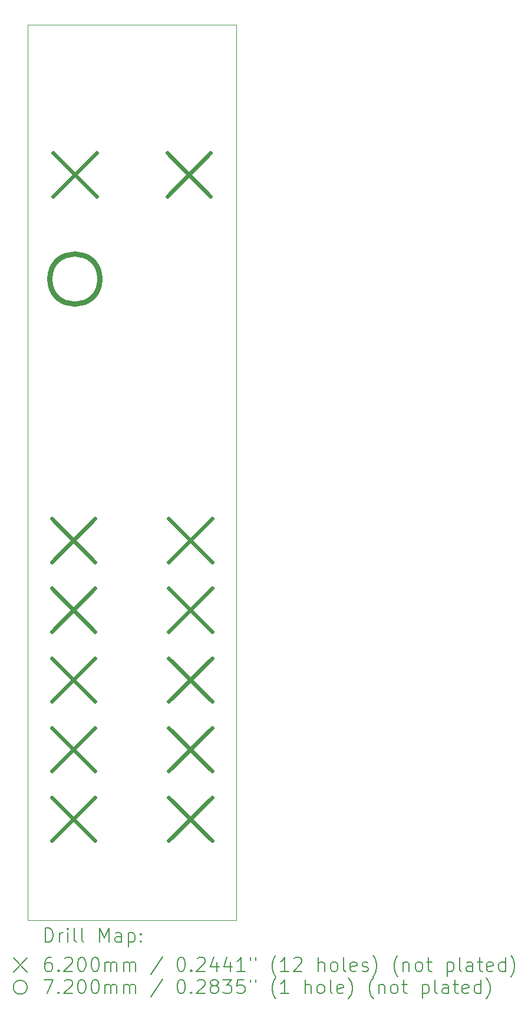
<source format=gbr>
%TF.GenerationSoftware,KiCad,Pcbnew,8.0.5+1*%
%TF.CreationDate,2024-11-27T03:26:53+08:00*%
%TF.ProjectId,MiniDiv v0.3 - Front,4d696e69-4469-4762-9076-302e33202d20,0.3*%
%TF.SameCoordinates,Original*%
%TF.FileFunction,Drillmap*%
%TF.FilePolarity,Positive*%
%FSLAX45Y45*%
G04 Gerber Fmt 4.5, Leading zero omitted, Abs format (unit mm)*
G04 Created by KiCad (PCBNEW 8.0.5+1) date 2024-11-27 03:26:53*
%MOMM*%
%LPD*%
G01*
G04 APERTURE LIST*
%ADD10C,0.100000*%
%ADD11C,0.200000*%
%ADD12C,0.620000*%
%ADD13C,0.720000*%
G04 APERTURE END LIST*
D10*
X5500000Y-4000000D02*
X8500000Y-4000000D01*
X8500000Y-16850000D01*
X5500000Y-16850000D01*
X5500000Y-4000000D01*
D11*
D12*
X5850000Y-11090000D02*
X6470000Y-11710000D01*
X6470000Y-11090000D02*
X5850000Y-11710000D01*
X5850000Y-12090000D02*
X6470000Y-12710000D01*
X6470000Y-12090000D02*
X5850000Y-12710000D01*
X5850000Y-13090000D02*
X6470000Y-13710000D01*
X6470000Y-13090000D02*
X5850000Y-13710000D01*
X5850000Y-14090000D02*
X6470000Y-14710000D01*
X6470000Y-14090000D02*
X5850000Y-14710000D01*
X5850000Y-15090000D02*
X6470000Y-15710000D01*
X6470000Y-15090000D02*
X5850000Y-15710000D01*
X5870000Y-5840000D02*
X6490000Y-6460000D01*
X6490000Y-5840000D02*
X5870000Y-6460000D01*
X7510000Y-5840000D02*
X8130000Y-6460000D01*
X8130000Y-5840000D02*
X7510000Y-6460000D01*
X7530000Y-11090000D02*
X8150000Y-11710000D01*
X8150000Y-11090000D02*
X7530000Y-11710000D01*
X7530000Y-12090000D02*
X8150000Y-12710000D01*
X8150000Y-12090000D02*
X7530000Y-12710000D01*
X7530000Y-13090000D02*
X8150000Y-13710000D01*
X8150000Y-13090000D02*
X7530000Y-13710000D01*
X7530000Y-14090000D02*
X8150000Y-14710000D01*
X8150000Y-14090000D02*
X7530000Y-14710000D01*
X7530000Y-15090000D02*
X8150000Y-15710000D01*
X8150000Y-15090000D02*
X7530000Y-15710000D01*
D13*
X6540000Y-7650000D02*
G75*
G02*
X5820000Y-7650000I-360000J0D01*
G01*
X5820000Y-7650000D02*
G75*
G02*
X6540000Y-7650000I360000J0D01*
G01*
D11*
X5755777Y-17166484D02*
X5755777Y-16966484D01*
X5755777Y-16966484D02*
X5803396Y-16966484D01*
X5803396Y-16966484D02*
X5831967Y-16976008D01*
X5831967Y-16976008D02*
X5851015Y-16995055D01*
X5851015Y-16995055D02*
X5860539Y-17014103D01*
X5860539Y-17014103D02*
X5870062Y-17052198D01*
X5870062Y-17052198D02*
X5870062Y-17080770D01*
X5870062Y-17080770D02*
X5860539Y-17118865D01*
X5860539Y-17118865D02*
X5851015Y-17137912D01*
X5851015Y-17137912D02*
X5831967Y-17156960D01*
X5831967Y-17156960D02*
X5803396Y-17166484D01*
X5803396Y-17166484D02*
X5755777Y-17166484D01*
X5955777Y-17166484D02*
X5955777Y-17033150D01*
X5955777Y-17071246D02*
X5965301Y-17052198D01*
X5965301Y-17052198D02*
X5974824Y-17042674D01*
X5974824Y-17042674D02*
X5993872Y-17033150D01*
X5993872Y-17033150D02*
X6012920Y-17033150D01*
X6079586Y-17166484D02*
X6079586Y-17033150D01*
X6079586Y-16966484D02*
X6070062Y-16976008D01*
X6070062Y-16976008D02*
X6079586Y-16985531D01*
X6079586Y-16985531D02*
X6089110Y-16976008D01*
X6089110Y-16976008D02*
X6079586Y-16966484D01*
X6079586Y-16966484D02*
X6079586Y-16985531D01*
X6203396Y-17166484D02*
X6184348Y-17156960D01*
X6184348Y-17156960D02*
X6174824Y-17137912D01*
X6174824Y-17137912D02*
X6174824Y-16966484D01*
X6308158Y-17166484D02*
X6289110Y-17156960D01*
X6289110Y-17156960D02*
X6279586Y-17137912D01*
X6279586Y-17137912D02*
X6279586Y-16966484D01*
X6536729Y-17166484D02*
X6536729Y-16966484D01*
X6536729Y-16966484D02*
X6603396Y-17109341D01*
X6603396Y-17109341D02*
X6670062Y-16966484D01*
X6670062Y-16966484D02*
X6670062Y-17166484D01*
X6851015Y-17166484D02*
X6851015Y-17061722D01*
X6851015Y-17061722D02*
X6841491Y-17042674D01*
X6841491Y-17042674D02*
X6822443Y-17033150D01*
X6822443Y-17033150D02*
X6784348Y-17033150D01*
X6784348Y-17033150D02*
X6765301Y-17042674D01*
X6851015Y-17156960D02*
X6831967Y-17166484D01*
X6831967Y-17166484D02*
X6784348Y-17166484D01*
X6784348Y-17166484D02*
X6765301Y-17156960D01*
X6765301Y-17156960D02*
X6755777Y-17137912D01*
X6755777Y-17137912D02*
X6755777Y-17118865D01*
X6755777Y-17118865D02*
X6765301Y-17099817D01*
X6765301Y-17099817D02*
X6784348Y-17090293D01*
X6784348Y-17090293D02*
X6831967Y-17090293D01*
X6831967Y-17090293D02*
X6851015Y-17080770D01*
X6946253Y-17033150D02*
X6946253Y-17233150D01*
X6946253Y-17042674D02*
X6965301Y-17033150D01*
X6965301Y-17033150D02*
X7003396Y-17033150D01*
X7003396Y-17033150D02*
X7022443Y-17042674D01*
X7022443Y-17042674D02*
X7031967Y-17052198D01*
X7031967Y-17052198D02*
X7041491Y-17071246D01*
X7041491Y-17071246D02*
X7041491Y-17128389D01*
X7041491Y-17128389D02*
X7031967Y-17147436D01*
X7031967Y-17147436D02*
X7022443Y-17156960D01*
X7022443Y-17156960D02*
X7003396Y-17166484D01*
X7003396Y-17166484D02*
X6965301Y-17166484D01*
X6965301Y-17166484D02*
X6946253Y-17156960D01*
X7127205Y-17147436D02*
X7136729Y-17156960D01*
X7136729Y-17156960D02*
X7127205Y-17166484D01*
X7127205Y-17166484D02*
X7117682Y-17156960D01*
X7117682Y-17156960D02*
X7127205Y-17147436D01*
X7127205Y-17147436D02*
X7127205Y-17166484D01*
X7127205Y-17042674D02*
X7136729Y-17052198D01*
X7136729Y-17052198D02*
X7127205Y-17061722D01*
X7127205Y-17061722D02*
X7117682Y-17052198D01*
X7117682Y-17052198D02*
X7127205Y-17042674D01*
X7127205Y-17042674D02*
X7127205Y-17061722D01*
X5295000Y-17395000D02*
X5495000Y-17595000D01*
X5495000Y-17395000D02*
X5295000Y-17595000D01*
X5841491Y-17386484D02*
X5803396Y-17386484D01*
X5803396Y-17386484D02*
X5784348Y-17396008D01*
X5784348Y-17396008D02*
X5774824Y-17405531D01*
X5774824Y-17405531D02*
X5755777Y-17434103D01*
X5755777Y-17434103D02*
X5746253Y-17472198D01*
X5746253Y-17472198D02*
X5746253Y-17548389D01*
X5746253Y-17548389D02*
X5755777Y-17567436D01*
X5755777Y-17567436D02*
X5765301Y-17576960D01*
X5765301Y-17576960D02*
X5784348Y-17586484D01*
X5784348Y-17586484D02*
X5822443Y-17586484D01*
X5822443Y-17586484D02*
X5841491Y-17576960D01*
X5841491Y-17576960D02*
X5851015Y-17567436D01*
X5851015Y-17567436D02*
X5860539Y-17548389D01*
X5860539Y-17548389D02*
X5860539Y-17500770D01*
X5860539Y-17500770D02*
X5851015Y-17481722D01*
X5851015Y-17481722D02*
X5841491Y-17472198D01*
X5841491Y-17472198D02*
X5822443Y-17462674D01*
X5822443Y-17462674D02*
X5784348Y-17462674D01*
X5784348Y-17462674D02*
X5765301Y-17472198D01*
X5765301Y-17472198D02*
X5755777Y-17481722D01*
X5755777Y-17481722D02*
X5746253Y-17500770D01*
X5946253Y-17567436D02*
X5955777Y-17576960D01*
X5955777Y-17576960D02*
X5946253Y-17586484D01*
X5946253Y-17586484D02*
X5936729Y-17576960D01*
X5936729Y-17576960D02*
X5946253Y-17567436D01*
X5946253Y-17567436D02*
X5946253Y-17586484D01*
X6031967Y-17405531D02*
X6041491Y-17396008D01*
X6041491Y-17396008D02*
X6060539Y-17386484D01*
X6060539Y-17386484D02*
X6108158Y-17386484D01*
X6108158Y-17386484D02*
X6127205Y-17396008D01*
X6127205Y-17396008D02*
X6136729Y-17405531D01*
X6136729Y-17405531D02*
X6146253Y-17424579D01*
X6146253Y-17424579D02*
X6146253Y-17443627D01*
X6146253Y-17443627D02*
X6136729Y-17472198D01*
X6136729Y-17472198D02*
X6022443Y-17586484D01*
X6022443Y-17586484D02*
X6146253Y-17586484D01*
X6270062Y-17386484D02*
X6289110Y-17386484D01*
X6289110Y-17386484D02*
X6308158Y-17396008D01*
X6308158Y-17396008D02*
X6317682Y-17405531D01*
X6317682Y-17405531D02*
X6327205Y-17424579D01*
X6327205Y-17424579D02*
X6336729Y-17462674D01*
X6336729Y-17462674D02*
X6336729Y-17510293D01*
X6336729Y-17510293D02*
X6327205Y-17548389D01*
X6327205Y-17548389D02*
X6317682Y-17567436D01*
X6317682Y-17567436D02*
X6308158Y-17576960D01*
X6308158Y-17576960D02*
X6289110Y-17586484D01*
X6289110Y-17586484D02*
X6270062Y-17586484D01*
X6270062Y-17586484D02*
X6251015Y-17576960D01*
X6251015Y-17576960D02*
X6241491Y-17567436D01*
X6241491Y-17567436D02*
X6231967Y-17548389D01*
X6231967Y-17548389D02*
X6222443Y-17510293D01*
X6222443Y-17510293D02*
X6222443Y-17462674D01*
X6222443Y-17462674D02*
X6231967Y-17424579D01*
X6231967Y-17424579D02*
X6241491Y-17405531D01*
X6241491Y-17405531D02*
X6251015Y-17396008D01*
X6251015Y-17396008D02*
X6270062Y-17386484D01*
X6460539Y-17386484D02*
X6479586Y-17386484D01*
X6479586Y-17386484D02*
X6498634Y-17396008D01*
X6498634Y-17396008D02*
X6508158Y-17405531D01*
X6508158Y-17405531D02*
X6517682Y-17424579D01*
X6517682Y-17424579D02*
X6527205Y-17462674D01*
X6527205Y-17462674D02*
X6527205Y-17510293D01*
X6527205Y-17510293D02*
X6517682Y-17548389D01*
X6517682Y-17548389D02*
X6508158Y-17567436D01*
X6508158Y-17567436D02*
X6498634Y-17576960D01*
X6498634Y-17576960D02*
X6479586Y-17586484D01*
X6479586Y-17586484D02*
X6460539Y-17586484D01*
X6460539Y-17586484D02*
X6441491Y-17576960D01*
X6441491Y-17576960D02*
X6431967Y-17567436D01*
X6431967Y-17567436D02*
X6422443Y-17548389D01*
X6422443Y-17548389D02*
X6412920Y-17510293D01*
X6412920Y-17510293D02*
X6412920Y-17462674D01*
X6412920Y-17462674D02*
X6422443Y-17424579D01*
X6422443Y-17424579D02*
X6431967Y-17405531D01*
X6431967Y-17405531D02*
X6441491Y-17396008D01*
X6441491Y-17396008D02*
X6460539Y-17386484D01*
X6612920Y-17586484D02*
X6612920Y-17453150D01*
X6612920Y-17472198D02*
X6622443Y-17462674D01*
X6622443Y-17462674D02*
X6641491Y-17453150D01*
X6641491Y-17453150D02*
X6670063Y-17453150D01*
X6670063Y-17453150D02*
X6689110Y-17462674D01*
X6689110Y-17462674D02*
X6698634Y-17481722D01*
X6698634Y-17481722D02*
X6698634Y-17586484D01*
X6698634Y-17481722D02*
X6708158Y-17462674D01*
X6708158Y-17462674D02*
X6727205Y-17453150D01*
X6727205Y-17453150D02*
X6755777Y-17453150D01*
X6755777Y-17453150D02*
X6774824Y-17462674D01*
X6774824Y-17462674D02*
X6784348Y-17481722D01*
X6784348Y-17481722D02*
X6784348Y-17586484D01*
X6879586Y-17586484D02*
X6879586Y-17453150D01*
X6879586Y-17472198D02*
X6889110Y-17462674D01*
X6889110Y-17462674D02*
X6908158Y-17453150D01*
X6908158Y-17453150D02*
X6936729Y-17453150D01*
X6936729Y-17453150D02*
X6955777Y-17462674D01*
X6955777Y-17462674D02*
X6965301Y-17481722D01*
X6965301Y-17481722D02*
X6965301Y-17586484D01*
X6965301Y-17481722D02*
X6974824Y-17462674D01*
X6974824Y-17462674D02*
X6993872Y-17453150D01*
X6993872Y-17453150D02*
X7022443Y-17453150D01*
X7022443Y-17453150D02*
X7041491Y-17462674D01*
X7041491Y-17462674D02*
X7051015Y-17481722D01*
X7051015Y-17481722D02*
X7051015Y-17586484D01*
X7441491Y-17376960D02*
X7270063Y-17634103D01*
X7698634Y-17386484D02*
X7717682Y-17386484D01*
X7717682Y-17386484D02*
X7736729Y-17396008D01*
X7736729Y-17396008D02*
X7746253Y-17405531D01*
X7746253Y-17405531D02*
X7755777Y-17424579D01*
X7755777Y-17424579D02*
X7765301Y-17462674D01*
X7765301Y-17462674D02*
X7765301Y-17510293D01*
X7765301Y-17510293D02*
X7755777Y-17548389D01*
X7755777Y-17548389D02*
X7746253Y-17567436D01*
X7746253Y-17567436D02*
X7736729Y-17576960D01*
X7736729Y-17576960D02*
X7717682Y-17586484D01*
X7717682Y-17586484D02*
X7698634Y-17586484D01*
X7698634Y-17586484D02*
X7679586Y-17576960D01*
X7679586Y-17576960D02*
X7670063Y-17567436D01*
X7670063Y-17567436D02*
X7660539Y-17548389D01*
X7660539Y-17548389D02*
X7651015Y-17510293D01*
X7651015Y-17510293D02*
X7651015Y-17462674D01*
X7651015Y-17462674D02*
X7660539Y-17424579D01*
X7660539Y-17424579D02*
X7670063Y-17405531D01*
X7670063Y-17405531D02*
X7679586Y-17396008D01*
X7679586Y-17396008D02*
X7698634Y-17386484D01*
X7851015Y-17567436D02*
X7860539Y-17576960D01*
X7860539Y-17576960D02*
X7851015Y-17586484D01*
X7851015Y-17586484D02*
X7841491Y-17576960D01*
X7841491Y-17576960D02*
X7851015Y-17567436D01*
X7851015Y-17567436D02*
X7851015Y-17586484D01*
X7936729Y-17405531D02*
X7946253Y-17396008D01*
X7946253Y-17396008D02*
X7965301Y-17386484D01*
X7965301Y-17386484D02*
X8012920Y-17386484D01*
X8012920Y-17386484D02*
X8031967Y-17396008D01*
X8031967Y-17396008D02*
X8041491Y-17405531D01*
X8041491Y-17405531D02*
X8051015Y-17424579D01*
X8051015Y-17424579D02*
X8051015Y-17443627D01*
X8051015Y-17443627D02*
X8041491Y-17472198D01*
X8041491Y-17472198D02*
X7927206Y-17586484D01*
X7927206Y-17586484D02*
X8051015Y-17586484D01*
X8222444Y-17453150D02*
X8222444Y-17586484D01*
X8174825Y-17376960D02*
X8127206Y-17519817D01*
X8127206Y-17519817D02*
X8251015Y-17519817D01*
X8412920Y-17453150D02*
X8412920Y-17586484D01*
X8365301Y-17376960D02*
X8317682Y-17519817D01*
X8317682Y-17519817D02*
X8441491Y-17519817D01*
X8622444Y-17586484D02*
X8508158Y-17586484D01*
X8565301Y-17586484D02*
X8565301Y-17386484D01*
X8565301Y-17386484D02*
X8546253Y-17415055D01*
X8546253Y-17415055D02*
X8527206Y-17434103D01*
X8527206Y-17434103D02*
X8508158Y-17443627D01*
X8698634Y-17386484D02*
X8698634Y-17424579D01*
X8774825Y-17386484D02*
X8774825Y-17424579D01*
X9070063Y-17662674D02*
X9060539Y-17653150D01*
X9060539Y-17653150D02*
X9041491Y-17624579D01*
X9041491Y-17624579D02*
X9031968Y-17605531D01*
X9031968Y-17605531D02*
X9022444Y-17576960D01*
X9022444Y-17576960D02*
X9012920Y-17529341D01*
X9012920Y-17529341D02*
X9012920Y-17491246D01*
X9012920Y-17491246D02*
X9022444Y-17443627D01*
X9022444Y-17443627D02*
X9031968Y-17415055D01*
X9031968Y-17415055D02*
X9041491Y-17396008D01*
X9041491Y-17396008D02*
X9060539Y-17367436D01*
X9060539Y-17367436D02*
X9070063Y-17357912D01*
X9251015Y-17586484D02*
X9136730Y-17586484D01*
X9193872Y-17586484D02*
X9193872Y-17386484D01*
X9193872Y-17386484D02*
X9174825Y-17415055D01*
X9174825Y-17415055D02*
X9155777Y-17434103D01*
X9155777Y-17434103D02*
X9136730Y-17443627D01*
X9327206Y-17405531D02*
X9336730Y-17396008D01*
X9336730Y-17396008D02*
X9355777Y-17386484D01*
X9355777Y-17386484D02*
X9403396Y-17386484D01*
X9403396Y-17386484D02*
X9422444Y-17396008D01*
X9422444Y-17396008D02*
X9431968Y-17405531D01*
X9431968Y-17405531D02*
X9441491Y-17424579D01*
X9441491Y-17424579D02*
X9441491Y-17443627D01*
X9441491Y-17443627D02*
X9431968Y-17472198D01*
X9431968Y-17472198D02*
X9317682Y-17586484D01*
X9317682Y-17586484D02*
X9441491Y-17586484D01*
X9679587Y-17586484D02*
X9679587Y-17386484D01*
X9765301Y-17586484D02*
X9765301Y-17481722D01*
X9765301Y-17481722D02*
X9755777Y-17462674D01*
X9755777Y-17462674D02*
X9736730Y-17453150D01*
X9736730Y-17453150D02*
X9708158Y-17453150D01*
X9708158Y-17453150D02*
X9689111Y-17462674D01*
X9689111Y-17462674D02*
X9679587Y-17472198D01*
X9889111Y-17586484D02*
X9870063Y-17576960D01*
X9870063Y-17576960D02*
X9860539Y-17567436D01*
X9860539Y-17567436D02*
X9851015Y-17548389D01*
X9851015Y-17548389D02*
X9851015Y-17491246D01*
X9851015Y-17491246D02*
X9860539Y-17472198D01*
X9860539Y-17472198D02*
X9870063Y-17462674D01*
X9870063Y-17462674D02*
X9889111Y-17453150D01*
X9889111Y-17453150D02*
X9917682Y-17453150D01*
X9917682Y-17453150D02*
X9936730Y-17462674D01*
X9936730Y-17462674D02*
X9946253Y-17472198D01*
X9946253Y-17472198D02*
X9955777Y-17491246D01*
X9955777Y-17491246D02*
X9955777Y-17548389D01*
X9955777Y-17548389D02*
X9946253Y-17567436D01*
X9946253Y-17567436D02*
X9936730Y-17576960D01*
X9936730Y-17576960D02*
X9917682Y-17586484D01*
X9917682Y-17586484D02*
X9889111Y-17586484D01*
X10070063Y-17586484D02*
X10051015Y-17576960D01*
X10051015Y-17576960D02*
X10041492Y-17557912D01*
X10041492Y-17557912D02*
X10041492Y-17386484D01*
X10222444Y-17576960D02*
X10203396Y-17586484D01*
X10203396Y-17586484D02*
X10165301Y-17586484D01*
X10165301Y-17586484D02*
X10146253Y-17576960D01*
X10146253Y-17576960D02*
X10136730Y-17557912D01*
X10136730Y-17557912D02*
X10136730Y-17481722D01*
X10136730Y-17481722D02*
X10146253Y-17462674D01*
X10146253Y-17462674D02*
X10165301Y-17453150D01*
X10165301Y-17453150D02*
X10203396Y-17453150D01*
X10203396Y-17453150D02*
X10222444Y-17462674D01*
X10222444Y-17462674D02*
X10231968Y-17481722D01*
X10231968Y-17481722D02*
X10231968Y-17500770D01*
X10231968Y-17500770D02*
X10136730Y-17519817D01*
X10308158Y-17576960D02*
X10327206Y-17586484D01*
X10327206Y-17586484D02*
X10365301Y-17586484D01*
X10365301Y-17586484D02*
X10384349Y-17576960D01*
X10384349Y-17576960D02*
X10393873Y-17557912D01*
X10393873Y-17557912D02*
X10393873Y-17548389D01*
X10393873Y-17548389D02*
X10384349Y-17529341D01*
X10384349Y-17529341D02*
X10365301Y-17519817D01*
X10365301Y-17519817D02*
X10336730Y-17519817D01*
X10336730Y-17519817D02*
X10317682Y-17510293D01*
X10317682Y-17510293D02*
X10308158Y-17491246D01*
X10308158Y-17491246D02*
X10308158Y-17481722D01*
X10308158Y-17481722D02*
X10317682Y-17462674D01*
X10317682Y-17462674D02*
X10336730Y-17453150D01*
X10336730Y-17453150D02*
X10365301Y-17453150D01*
X10365301Y-17453150D02*
X10384349Y-17462674D01*
X10460539Y-17662674D02*
X10470063Y-17653150D01*
X10470063Y-17653150D02*
X10489111Y-17624579D01*
X10489111Y-17624579D02*
X10498634Y-17605531D01*
X10498634Y-17605531D02*
X10508158Y-17576960D01*
X10508158Y-17576960D02*
X10517682Y-17529341D01*
X10517682Y-17529341D02*
X10517682Y-17491246D01*
X10517682Y-17491246D02*
X10508158Y-17443627D01*
X10508158Y-17443627D02*
X10498634Y-17415055D01*
X10498634Y-17415055D02*
X10489111Y-17396008D01*
X10489111Y-17396008D02*
X10470063Y-17367436D01*
X10470063Y-17367436D02*
X10460539Y-17357912D01*
X10822444Y-17662674D02*
X10812920Y-17653150D01*
X10812920Y-17653150D02*
X10793873Y-17624579D01*
X10793873Y-17624579D02*
X10784349Y-17605531D01*
X10784349Y-17605531D02*
X10774825Y-17576960D01*
X10774825Y-17576960D02*
X10765301Y-17529341D01*
X10765301Y-17529341D02*
X10765301Y-17491246D01*
X10765301Y-17491246D02*
X10774825Y-17443627D01*
X10774825Y-17443627D02*
X10784349Y-17415055D01*
X10784349Y-17415055D02*
X10793873Y-17396008D01*
X10793873Y-17396008D02*
X10812920Y-17367436D01*
X10812920Y-17367436D02*
X10822444Y-17357912D01*
X10898634Y-17453150D02*
X10898634Y-17586484D01*
X10898634Y-17472198D02*
X10908158Y-17462674D01*
X10908158Y-17462674D02*
X10927206Y-17453150D01*
X10927206Y-17453150D02*
X10955777Y-17453150D01*
X10955777Y-17453150D02*
X10974825Y-17462674D01*
X10974825Y-17462674D02*
X10984349Y-17481722D01*
X10984349Y-17481722D02*
X10984349Y-17586484D01*
X11108158Y-17586484D02*
X11089111Y-17576960D01*
X11089111Y-17576960D02*
X11079587Y-17567436D01*
X11079587Y-17567436D02*
X11070063Y-17548389D01*
X11070063Y-17548389D02*
X11070063Y-17491246D01*
X11070063Y-17491246D02*
X11079587Y-17472198D01*
X11079587Y-17472198D02*
X11089111Y-17462674D01*
X11089111Y-17462674D02*
X11108158Y-17453150D01*
X11108158Y-17453150D02*
X11136730Y-17453150D01*
X11136730Y-17453150D02*
X11155777Y-17462674D01*
X11155777Y-17462674D02*
X11165301Y-17472198D01*
X11165301Y-17472198D02*
X11174825Y-17491246D01*
X11174825Y-17491246D02*
X11174825Y-17548389D01*
X11174825Y-17548389D02*
X11165301Y-17567436D01*
X11165301Y-17567436D02*
X11155777Y-17576960D01*
X11155777Y-17576960D02*
X11136730Y-17586484D01*
X11136730Y-17586484D02*
X11108158Y-17586484D01*
X11231968Y-17453150D02*
X11308158Y-17453150D01*
X11260539Y-17386484D02*
X11260539Y-17557912D01*
X11260539Y-17557912D02*
X11270063Y-17576960D01*
X11270063Y-17576960D02*
X11289111Y-17586484D01*
X11289111Y-17586484D02*
X11308158Y-17586484D01*
X11527206Y-17453150D02*
X11527206Y-17653150D01*
X11527206Y-17462674D02*
X11546253Y-17453150D01*
X11546253Y-17453150D02*
X11584349Y-17453150D01*
X11584349Y-17453150D02*
X11603396Y-17462674D01*
X11603396Y-17462674D02*
X11612920Y-17472198D01*
X11612920Y-17472198D02*
X11622444Y-17491246D01*
X11622444Y-17491246D02*
X11622444Y-17548389D01*
X11622444Y-17548389D02*
X11612920Y-17567436D01*
X11612920Y-17567436D02*
X11603396Y-17576960D01*
X11603396Y-17576960D02*
X11584349Y-17586484D01*
X11584349Y-17586484D02*
X11546253Y-17586484D01*
X11546253Y-17586484D02*
X11527206Y-17576960D01*
X11736730Y-17586484D02*
X11717682Y-17576960D01*
X11717682Y-17576960D02*
X11708158Y-17557912D01*
X11708158Y-17557912D02*
X11708158Y-17386484D01*
X11898634Y-17586484D02*
X11898634Y-17481722D01*
X11898634Y-17481722D02*
X11889111Y-17462674D01*
X11889111Y-17462674D02*
X11870063Y-17453150D01*
X11870063Y-17453150D02*
X11831968Y-17453150D01*
X11831968Y-17453150D02*
X11812920Y-17462674D01*
X11898634Y-17576960D02*
X11879587Y-17586484D01*
X11879587Y-17586484D02*
X11831968Y-17586484D01*
X11831968Y-17586484D02*
X11812920Y-17576960D01*
X11812920Y-17576960D02*
X11803396Y-17557912D01*
X11803396Y-17557912D02*
X11803396Y-17538865D01*
X11803396Y-17538865D02*
X11812920Y-17519817D01*
X11812920Y-17519817D02*
X11831968Y-17510293D01*
X11831968Y-17510293D02*
X11879587Y-17510293D01*
X11879587Y-17510293D02*
X11898634Y-17500770D01*
X11965301Y-17453150D02*
X12041492Y-17453150D01*
X11993873Y-17386484D02*
X11993873Y-17557912D01*
X11993873Y-17557912D02*
X12003396Y-17576960D01*
X12003396Y-17576960D02*
X12022444Y-17586484D01*
X12022444Y-17586484D02*
X12041492Y-17586484D01*
X12184349Y-17576960D02*
X12165301Y-17586484D01*
X12165301Y-17586484D02*
X12127206Y-17586484D01*
X12127206Y-17586484D02*
X12108158Y-17576960D01*
X12108158Y-17576960D02*
X12098634Y-17557912D01*
X12098634Y-17557912D02*
X12098634Y-17481722D01*
X12098634Y-17481722D02*
X12108158Y-17462674D01*
X12108158Y-17462674D02*
X12127206Y-17453150D01*
X12127206Y-17453150D02*
X12165301Y-17453150D01*
X12165301Y-17453150D02*
X12184349Y-17462674D01*
X12184349Y-17462674D02*
X12193873Y-17481722D01*
X12193873Y-17481722D02*
X12193873Y-17500770D01*
X12193873Y-17500770D02*
X12098634Y-17519817D01*
X12365301Y-17586484D02*
X12365301Y-17386484D01*
X12365301Y-17576960D02*
X12346254Y-17586484D01*
X12346254Y-17586484D02*
X12308158Y-17586484D01*
X12308158Y-17586484D02*
X12289111Y-17576960D01*
X12289111Y-17576960D02*
X12279587Y-17567436D01*
X12279587Y-17567436D02*
X12270063Y-17548389D01*
X12270063Y-17548389D02*
X12270063Y-17491246D01*
X12270063Y-17491246D02*
X12279587Y-17472198D01*
X12279587Y-17472198D02*
X12289111Y-17462674D01*
X12289111Y-17462674D02*
X12308158Y-17453150D01*
X12308158Y-17453150D02*
X12346254Y-17453150D01*
X12346254Y-17453150D02*
X12365301Y-17462674D01*
X12441492Y-17662674D02*
X12451015Y-17653150D01*
X12451015Y-17653150D02*
X12470063Y-17624579D01*
X12470063Y-17624579D02*
X12479587Y-17605531D01*
X12479587Y-17605531D02*
X12489111Y-17576960D01*
X12489111Y-17576960D02*
X12498634Y-17529341D01*
X12498634Y-17529341D02*
X12498634Y-17491246D01*
X12498634Y-17491246D02*
X12489111Y-17443627D01*
X12489111Y-17443627D02*
X12479587Y-17415055D01*
X12479587Y-17415055D02*
X12470063Y-17396008D01*
X12470063Y-17396008D02*
X12451015Y-17367436D01*
X12451015Y-17367436D02*
X12441492Y-17357912D01*
X5495000Y-17815000D02*
G75*
G02*
X5295000Y-17815000I-100000J0D01*
G01*
X5295000Y-17815000D02*
G75*
G02*
X5495000Y-17815000I100000J0D01*
G01*
X5736729Y-17706484D02*
X5870062Y-17706484D01*
X5870062Y-17706484D02*
X5784348Y-17906484D01*
X5946253Y-17887436D02*
X5955777Y-17896960D01*
X5955777Y-17896960D02*
X5946253Y-17906484D01*
X5946253Y-17906484D02*
X5936729Y-17896960D01*
X5936729Y-17896960D02*
X5946253Y-17887436D01*
X5946253Y-17887436D02*
X5946253Y-17906484D01*
X6031967Y-17725531D02*
X6041491Y-17716008D01*
X6041491Y-17716008D02*
X6060539Y-17706484D01*
X6060539Y-17706484D02*
X6108158Y-17706484D01*
X6108158Y-17706484D02*
X6127205Y-17716008D01*
X6127205Y-17716008D02*
X6136729Y-17725531D01*
X6136729Y-17725531D02*
X6146253Y-17744579D01*
X6146253Y-17744579D02*
X6146253Y-17763627D01*
X6146253Y-17763627D02*
X6136729Y-17792198D01*
X6136729Y-17792198D02*
X6022443Y-17906484D01*
X6022443Y-17906484D02*
X6146253Y-17906484D01*
X6270062Y-17706484D02*
X6289110Y-17706484D01*
X6289110Y-17706484D02*
X6308158Y-17716008D01*
X6308158Y-17716008D02*
X6317682Y-17725531D01*
X6317682Y-17725531D02*
X6327205Y-17744579D01*
X6327205Y-17744579D02*
X6336729Y-17782674D01*
X6336729Y-17782674D02*
X6336729Y-17830293D01*
X6336729Y-17830293D02*
X6327205Y-17868389D01*
X6327205Y-17868389D02*
X6317682Y-17887436D01*
X6317682Y-17887436D02*
X6308158Y-17896960D01*
X6308158Y-17896960D02*
X6289110Y-17906484D01*
X6289110Y-17906484D02*
X6270062Y-17906484D01*
X6270062Y-17906484D02*
X6251015Y-17896960D01*
X6251015Y-17896960D02*
X6241491Y-17887436D01*
X6241491Y-17887436D02*
X6231967Y-17868389D01*
X6231967Y-17868389D02*
X6222443Y-17830293D01*
X6222443Y-17830293D02*
X6222443Y-17782674D01*
X6222443Y-17782674D02*
X6231967Y-17744579D01*
X6231967Y-17744579D02*
X6241491Y-17725531D01*
X6241491Y-17725531D02*
X6251015Y-17716008D01*
X6251015Y-17716008D02*
X6270062Y-17706484D01*
X6460539Y-17706484D02*
X6479586Y-17706484D01*
X6479586Y-17706484D02*
X6498634Y-17716008D01*
X6498634Y-17716008D02*
X6508158Y-17725531D01*
X6508158Y-17725531D02*
X6517682Y-17744579D01*
X6517682Y-17744579D02*
X6527205Y-17782674D01*
X6527205Y-17782674D02*
X6527205Y-17830293D01*
X6527205Y-17830293D02*
X6517682Y-17868389D01*
X6517682Y-17868389D02*
X6508158Y-17887436D01*
X6508158Y-17887436D02*
X6498634Y-17896960D01*
X6498634Y-17896960D02*
X6479586Y-17906484D01*
X6479586Y-17906484D02*
X6460539Y-17906484D01*
X6460539Y-17906484D02*
X6441491Y-17896960D01*
X6441491Y-17896960D02*
X6431967Y-17887436D01*
X6431967Y-17887436D02*
X6422443Y-17868389D01*
X6422443Y-17868389D02*
X6412920Y-17830293D01*
X6412920Y-17830293D02*
X6412920Y-17782674D01*
X6412920Y-17782674D02*
X6422443Y-17744579D01*
X6422443Y-17744579D02*
X6431967Y-17725531D01*
X6431967Y-17725531D02*
X6441491Y-17716008D01*
X6441491Y-17716008D02*
X6460539Y-17706484D01*
X6612920Y-17906484D02*
X6612920Y-17773150D01*
X6612920Y-17792198D02*
X6622443Y-17782674D01*
X6622443Y-17782674D02*
X6641491Y-17773150D01*
X6641491Y-17773150D02*
X6670063Y-17773150D01*
X6670063Y-17773150D02*
X6689110Y-17782674D01*
X6689110Y-17782674D02*
X6698634Y-17801722D01*
X6698634Y-17801722D02*
X6698634Y-17906484D01*
X6698634Y-17801722D02*
X6708158Y-17782674D01*
X6708158Y-17782674D02*
X6727205Y-17773150D01*
X6727205Y-17773150D02*
X6755777Y-17773150D01*
X6755777Y-17773150D02*
X6774824Y-17782674D01*
X6774824Y-17782674D02*
X6784348Y-17801722D01*
X6784348Y-17801722D02*
X6784348Y-17906484D01*
X6879586Y-17906484D02*
X6879586Y-17773150D01*
X6879586Y-17792198D02*
X6889110Y-17782674D01*
X6889110Y-17782674D02*
X6908158Y-17773150D01*
X6908158Y-17773150D02*
X6936729Y-17773150D01*
X6936729Y-17773150D02*
X6955777Y-17782674D01*
X6955777Y-17782674D02*
X6965301Y-17801722D01*
X6965301Y-17801722D02*
X6965301Y-17906484D01*
X6965301Y-17801722D02*
X6974824Y-17782674D01*
X6974824Y-17782674D02*
X6993872Y-17773150D01*
X6993872Y-17773150D02*
X7022443Y-17773150D01*
X7022443Y-17773150D02*
X7041491Y-17782674D01*
X7041491Y-17782674D02*
X7051015Y-17801722D01*
X7051015Y-17801722D02*
X7051015Y-17906484D01*
X7441491Y-17696960D02*
X7270063Y-17954103D01*
X7698634Y-17706484D02*
X7717682Y-17706484D01*
X7717682Y-17706484D02*
X7736729Y-17716008D01*
X7736729Y-17716008D02*
X7746253Y-17725531D01*
X7746253Y-17725531D02*
X7755777Y-17744579D01*
X7755777Y-17744579D02*
X7765301Y-17782674D01*
X7765301Y-17782674D02*
X7765301Y-17830293D01*
X7765301Y-17830293D02*
X7755777Y-17868389D01*
X7755777Y-17868389D02*
X7746253Y-17887436D01*
X7746253Y-17887436D02*
X7736729Y-17896960D01*
X7736729Y-17896960D02*
X7717682Y-17906484D01*
X7717682Y-17906484D02*
X7698634Y-17906484D01*
X7698634Y-17906484D02*
X7679586Y-17896960D01*
X7679586Y-17896960D02*
X7670063Y-17887436D01*
X7670063Y-17887436D02*
X7660539Y-17868389D01*
X7660539Y-17868389D02*
X7651015Y-17830293D01*
X7651015Y-17830293D02*
X7651015Y-17782674D01*
X7651015Y-17782674D02*
X7660539Y-17744579D01*
X7660539Y-17744579D02*
X7670063Y-17725531D01*
X7670063Y-17725531D02*
X7679586Y-17716008D01*
X7679586Y-17716008D02*
X7698634Y-17706484D01*
X7851015Y-17887436D02*
X7860539Y-17896960D01*
X7860539Y-17896960D02*
X7851015Y-17906484D01*
X7851015Y-17906484D02*
X7841491Y-17896960D01*
X7841491Y-17896960D02*
X7851015Y-17887436D01*
X7851015Y-17887436D02*
X7851015Y-17906484D01*
X7936729Y-17725531D02*
X7946253Y-17716008D01*
X7946253Y-17716008D02*
X7965301Y-17706484D01*
X7965301Y-17706484D02*
X8012920Y-17706484D01*
X8012920Y-17706484D02*
X8031967Y-17716008D01*
X8031967Y-17716008D02*
X8041491Y-17725531D01*
X8041491Y-17725531D02*
X8051015Y-17744579D01*
X8051015Y-17744579D02*
X8051015Y-17763627D01*
X8051015Y-17763627D02*
X8041491Y-17792198D01*
X8041491Y-17792198D02*
X7927206Y-17906484D01*
X7927206Y-17906484D02*
X8051015Y-17906484D01*
X8165301Y-17792198D02*
X8146253Y-17782674D01*
X8146253Y-17782674D02*
X8136729Y-17773150D01*
X8136729Y-17773150D02*
X8127206Y-17754103D01*
X8127206Y-17754103D02*
X8127206Y-17744579D01*
X8127206Y-17744579D02*
X8136729Y-17725531D01*
X8136729Y-17725531D02*
X8146253Y-17716008D01*
X8146253Y-17716008D02*
X8165301Y-17706484D01*
X8165301Y-17706484D02*
X8203396Y-17706484D01*
X8203396Y-17706484D02*
X8222444Y-17716008D01*
X8222444Y-17716008D02*
X8231967Y-17725531D01*
X8231967Y-17725531D02*
X8241491Y-17744579D01*
X8241491Y-17744579D02*
X8241491Y-17754103D01*
X8241491Y-17754103D02*
X8231967Y-17773150D01*
X8231967Y-17773150D02*
X8222444Y-17782674D01*
X8222444Y-17782674D02*
X8203396Y-17792198D01*
X8203396Y-17792198D02*
X8165301Y-17792198D01*
X8165301Y-17792198D02*
X8146253Y-17801722D01*
X8146253Y-17801722D02*
X8136729Y-17811246D01*
X8136729Y-17811246D02*
X8127206Y-17830293D01*
X8127206Y-17830293D02*
X8127206Y-17868389D01*
X8127206Y-17868389D02*
X8136729Y-17887436D01*
X8136729Y-17887436D02*
X8146253Y-17896960D01*
X8146253Y-17896960D02*
X8165301Y-17906484D01*
X8165301Y-17906484D02*
X8203396Y-17906484D01*
X8203396Y-17906484D02*
X8222444Y-17896960D01*
X8222444Y-17896960D02*
X8231967Y-17887436D01*
X8231967Y-17887436D02*
X8241491Y-17868389D01*
X8241491Y-17868389D02*
X8241491Y-17830293D01*
X8241491Y-17830293D02*
X8231967Y-17811246D01*
X8231967Y-17811246D02*
X8222444Y-17801722D01*
X8222444Y-17801722D02*
X8203396Y-17792198D01*
X8308158Y-17706484D02*
X8431968Y-17706484D01*
X8431968Y-17706484D02*
X8365301Y-17782674D01*
X8365301Y-17782674D02*
X8393872Y-17782674D01*
X8393872Y-17782674D02*
X8412920Y-17792198D01*
X8412920Y-17792198D02*
X8422444Y-17801722D01*
X8422444Y-17801722D02*
X8431968Y-17820770D01*
X8431968Y-17820770D02*
X8431968Y-17868389D01*
X8431968Y-17868389D02*
X8422444Y-17887436D01*
X8422444Y-17887436D02*
X8412920Y-17896960D01*
X8412920Y-17896960D02*
X8393872Y-17906484D01*
X8393872Y-17906484D02*
X8336729Y-17906484D01*
X8336729Y-17906484D02*
X8317682Y-17896960D01*
X8317682Y-17896960D02*
X8308158Y-17887436D01*
X8612920Y-17706484D02*
X8517682Y-17706484D01*
X8517682Y-17706484D02*
X8508158Y-17801722D01*
X8508158Y-17801722D02*
X8517682Y-17792198D01*
X8517682Y-17792198D02*
X8536729Y-17782674D01*
X8536729Y-17782674D02*
X8584349Y-17782674D01*
X8584349Y-17782674D02*
X8603396Y-17792198D01*
X8603396Y-17792198D02*
X8612920Y-17801722D01*
X8612920Y-17801722D02*
X8622444Y-17820770D01*
X8622444Y-17820770D02*
X8622444Y-17868389D01*
X8622444Y-17868389D02*
X8612920Y-17887436D01*
X8612920Y-17887436D02*
X8603396Y-17896960D01*
X8603396Y-17896960D02*
X8584349Y-17906484D01*
X8584349Y-17906484D02*
X8536729Y-17906484D01*
X8536729Y-17906484D02*
X8517682Y-17896960D01*
X8517682Y-17896960D02*
X8508158Y-17887436D01*
X8698634Y-17706484D02*
X8698634Y-17744579D01*
X8774825Y-17706484D02*
X8774825Y-17744579D01*
X9070063Y-17982674D02*
X9060539Y-17973150D01*
X9060539Y-17973150D02*
X9041491Y-17944579D01*
X9041491Y-17944579D02*
X9031968Y-17925531D01*
X9031968Y-17925531D02*
X9022444Y-17896960D01*
X9022444Y-17896960D02*
X9012920Y-17849341D01*
X9012920Y-17849341D02*
X9012920Y-17811246D01*
X9012920Y-17811246D02*
X9022444Y-17763627D01*
X9022444Y-17763627D02*
X9031968Y-17735055D01*
X9031968Y-17735055D02*
X9041491Y-17716008D01*
X9041491Y-17716008D02*
X9060539Y-17687436D01*
X9060539Y-17687436D02*
X9070063Y-17677912D01*
X9251015Y-17906484D02*
X9136730Y-17906484D01*
X9193872Y-17906484D02*
X9193872Y-17706484D01*
X9193872Y-17706484D02*
X9174825Y-17735055D01*
X9174825Y-17735055D02*
X9155777Y-17754103D01*
X9155777Y-17754103D02*
X9136730Y-17763627D01*
X9489111Y-17906484D02*
X9489111Y-17706484D01*
X9574825Y-17906484D02*
X9574825Y-17801722D01*
X9574825Y-17801722D02*
X9565301Y-17782674D01*
X9565301Y-17782674D02*
X9546253Y-17773150D01*
X9546253Y-17773150D02*
X9517682Y-17773150D01*
X9517682Y-17773150D02*
X9498634Y-17782674D01*
X9498634Y-17782674D02*
X9489111Y-17792198D01*
X9698634Y-17906484D02*
X9679587Y-17896960D01*
X9679587Y-17896960D02*
X9670063Y-17887436D01*
X9670063Y-17887436D02*
X9660539Y-17868389D01*
X9660539Y-17868389D02*
X9660539Y-17811246D01*
X9660539Y-17811246D02*
X9670063Y-17792198D01*
X9670063Y-17792198D02*
X9679587Y-17782674D01*
X9679587Y-17782674D02*
X9698634Y-17773150D01*
X9698634Y-17773150D02*
X9727206Y-17773150D01*
X9727206Y-17773150D02*
X9746253Y-17782674D01*
X9746253Y-17782674D02*
X9755777Y-17792198D01*
X9755777Y-17792198D02*
X9765301Y-17811246D01*
X9765301Y-17811246D02*
X9765301Y-17868389D01*
X9765301Y-17868389D02*
X9755777Y-17887436D01*
X9755777Y-17887436D02*
X9746253Y-17896960D01*
X9746253Y-17896960D02*
X9727206Y-17906484D01*
X9727206Y-17906484D02*
X9698634Y-17906484D01*
X9879587Y-17906484D02*
X9860539Y-17896960D01*
X9860539Y-17896960D02*
X9851015Y-17877912D01*
X9851015Y-17877912D02*
X9851015Y-17706484D01*
X10031968Y-17896960D02*
X10012920Y-17906484D01*
X10012920Y-17906484D02*
X9974825Y-17906484D01*
X9974825Y-17906484D02*
X9955777Y-17896960D01*
X9955777Y-17896960D02*
X9946253Y-17877912D01*
X9946253Y-17877912D02*
X9946253Y-17801722D01*
X9946253Y-17801722D02*
X9955777Y-17782674D01*
X9955777Y-17782674D02*
X9974825Y-17773150D01*
X9974825Y-17773150D02*
X10012920Y-17773150D01*
X10012920Y-17773150D02*
X10031968Y-17782674D01*
X10031968Y-17782674D02*
X10041492Y-17801722D01*
X10041492Y-17801722D02*
X10041492Y-17820770D01*
X10041492Y-17820770D02*
X9946253Y-17839817D01*
X10108158Y-17982674D02*
X10117682Y-17973150D01*
X10117682Y-17973150D02*
X10136730Y-17944579D01*
X10136730Y-17944579D02*
X10146253Y-17925531D01*
X10146253Y-17925531D02*
X10155777Y-17896960D01*
X10155777Y-17896960D02*
X10165301Y-17849341D01*
X10165301Y-17849341D02*
X10165301Y-17811246D01*
X10165301Y-17811246D02*
X10155777Y-17763627D01*
X10155777Y-17763627D02*
X10146253Y-17735055D01*
X10146253Y-17735055D02*
X10136730Y-17716008D01*
X10136730Y-17716008D02*
X10117682Y-17687436D01*
X10117682Y-17687436D02*
X10108158Y-17677912D01*
X10470063Y-17982674D02*
X10460539Y-17973150D01*
X10460539Y-17973150D02*
X10441492Y-17944579D01*
X10441492Y-17944579D02*
X10431968Y-17925531D01*
X10431968Y-17925531D02*
X10422444Y-17896960D01*
X10422444Y-17896960D02*
X10412920Y-17849341D01*
X10412920Y-17849341D02*
X10412920Y-17811246D01*
X10412920Y-17811246D02*
X10422444Y-17763627D01*
X10422444Y-17763627D02*
X10431968Y-17735055D01*
X10431968Y-17735055D02*
X10441492Y-17716008D01*
X10441492Y-17716008D02*
X10460539Y-17687436D01*
X10460539Y-17687436D02*
X10470063Y-17677912D01*
X10546253Y-17773150D02*
X10546253Y-17906484D01*
X10546253Y-17792198D02*
X10555777Y-17782674D01*
X10555777Y-17782674D02*
X10574825Y-17773150D01*
X10574825Y-17773150D02*
X10603396Y-17773150D01*
X10603396Y-17773150D02*
X10622444Y-17782674D01*
X10622444Y-17782674D02*
X10631968Y-17801722D01*
X10631968Y-17801722D02*
X10631968Y-17906484D01*
X10755777Y-17906484D02*
X10736730Y-17896960D01*
X10736730Y-17896960D02*
X10727206Y-17887436D01*
X10727206Y-17887436D02*
X10717682Y-17868389D01*
X10717682Y-17868389D02*
X10717682Y-17811246D01*
X10717682Y-17811246D02*
X10727206Y-17792198D01*
X10727206Y-17792198D02*
X10736730Y-17782674D01*
X10736730Y-17782674D02*
X10755777Y-17773150D01*
X10755777Y-17773150D02*
X10784349Y-17773150D01*
X10784349Y-17773150D02*
X10803396Y-17782674D01*
X10803396Y-17782674D02*
X10812920Y-17792198D01*
X10812920Y-17792198D02*
X10822444Y-17811246D01*
X10822444Y-17811246D02*
X10822444Y-17868389D01*
X10822444Y-17868389D02*
X10812920Y-17887436D01*
X10812920Y-17887436D02*
X10803396Y-17896960D01*
X10803396Y-17896960D02*
X10784349Y-17906484D01*
X10784349Y-17906484D02*
X10755777Y-17906484D01*
X10879587Y-17773150D02*
X10955777Y-17773150D01*
X10908158Y-17706484D02*
X10908158Y-17877912D01*
X10908158Y-17877912D02*
X10917682Y-17896960D01*
X10917682Y-17896960D02*
X10936730Y-17906484D01*
X10936730Y-17906484D02*
X10955777Y-17906484D01*
X11174825Y-17773150D02*
X11174825Y-17973150D01*
X11174825Y-17782674D02*
X11193872Y-17773150D01*
X11193872Y-17773150D02*
X11231968Y-17773150D01*
X11231968Y-17773150D02*
X11251015Y-17782674D01*
X11251015Y-17782674D02*
X11260539Y-17792198D01*
X11260539Y-17792198D02*
X11270063Y-17811246D01*
X11270063Y-17811246D02*
X11270063Y-17868389D01*
X11270063Y-17868389D02*
X11260539Y-17887436D01*
X11260539Y-17887436D02*
X11251015Y-17896960D01*
X11251015Y-17896960D02*
X11231968Y-17906484D01*
X11231968Y-17906484D02*
X11193872Y-17906484D01*
X11193872Y-17906484D02*
X11174825Y-17896960D01*
X11384349Y-17906484D02*
X11365301Y-17896960D01*
X11365301Y-17896960D02*
X11355777Y-17877912D01*
X11355777Y-17877912D02*
X11355777Y-17706484D01*
X11546253Y-17906484D02*
X11546253Y-17801722D01*
X11546253Y-17801722D02*
X11536730Y-17782674D01*
X11536730Y-17782674D02*
X11517682Y-17773150D01*
X11517682Y-17773150D02*
X11479587Y-17773150D01*
X11479587Y-17773150D02*
X11460539Y-17782674D01*
X11546253Y-17896960D02*
X11527206Y-17906484D01*
X11527206Y-17906484D02*
X11479587Y-17906484D01*
X11479587Y-17906484D02*
X11460539Y-17896960D01*
X11460539Y-17896960D02*
X11451015Y-17877912D01*
X11451015Y-17877912D02*
X11451015Y-17858865D01*
X11451015Y-17858865D02*
X11460539Y-17839817D01*
X11460539Y-17839817D02*
X11479587Y-17830293D01*
X11479587Y-17830293D02*
X11527206Y-17830293D01*
X11527206Y-17830293D02*
X11546253Y-17820770D01*
X11612920Y-17773150D02*
X11689111Y-17773150D01*
X11641492Y-17706484D02*
X11641492Y-17877912D01*
X11641492Y-17877912D02*
X11651015Y-17896960D01*
X11651015Y-17896960D02*
X11670063Y-17906484D01*
X11670063Y-17906484D02*
X11689111Y-17906484D01*
X11831968Y-17896960D02*
X11812920Y-17906484D01*
X11812920Y-17906484D02*
X11774825Y-17906484D01*
X11774825Y-17906484D02*
X11755777Y-17896960D01*
X11755777Y-17896960D02*
X11746253Y-17877912D01*
X11746253Y-17877912D02*
X11746253Y-17801722D01*
X11746253Y-17801722D02*
X11755777Y-17782674D01*
X11755777Y-17782674D02*
X11774825Y-17773150D01*
X11774825Y-17773150D02*
X11812920Y-17773150D01*
X11812920Y-17773150D02*
X11831968Y-17782674D01*
X11831968Y-17782674D02*
X11841492Y-17801722D01*
X11841492Y-17801722D02*
X11841492Y-17820770D01*
X11841492Y-17820770D02*
X11746253Y-17839817D01*
X12012920Y-17906484D02*
X12012920Y-17706484D01*
X12012920Y-17896960D02*
X11993873Y-17906484D01*
X11993873Y-17906484D02*
X11955777Y-17906484D01*
X11955777Y-17906484D02*
X11936730Y-17896960D01*
X11936730Y-17896960D02*
X11927206Y-17887436D01*
X11927206Y-17887436D02*
X11917682Y-17868389D01*
X11917682Y-17868389D02*
X11917682Y-17811246D01*
X11917682Y-17811246D02*
X11927206Y-17792198D01*
X11927206Y-17792198D02*
X11936730Y-17782674D01*
X11936730Y-17782674D02*
X11955777Y-17773150D01*
X11955777Y-17773150D02*
X11993873Y-17773150D01*
X11993873Y-17773150D02*
X12012920Y-17782674D01*
X12089111Y-17982674D02*
X12098634Y-17973150D01*
X12098634Y-17973150D02*
X12117682Y-17944579D01*
X12117682Y-17944579D02*
X12127206Y-17925531D01*
X12127206Y-17925531D02*
X12136730Y-17896960D01*
X12136730Y-17896960D02*
X12146253Y-17849341D01*
X12146253Y-17849341D02*
X12146253Y-17811246D01*
X12146253Y-17811246D02*
X12136730Y-17763627D01*
X12136730Y-17763627D02*
X12127206Y-17735055D01*
X12127206Y-17735055D02*
X12117682Y-17716008D01*
X12117682Y-17716008D02*
X12098634Y-17687436D01*
X12098634Y-17687436D02*
X12089111Y-17677912D01*
M02*

</source>
